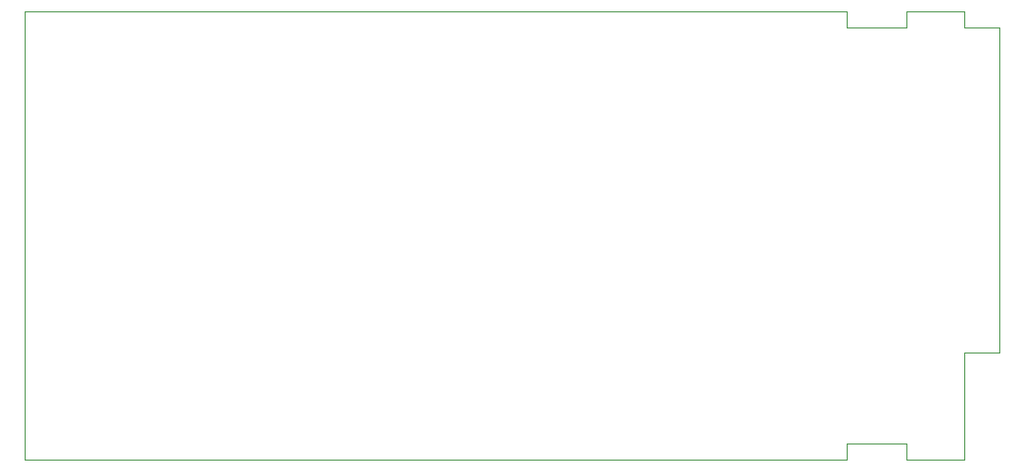
<source format=gko>
G04 #@! TF.FileFunction,Profile,NP*
%FSLAX46Y46*%
G04 Gerber Fmt 4.6, Leading zero omitted, Abs format (unit mm)*
G04 Created by KiCad (PCBNEW (2014-12-04 BZR 5312)-product) date 8/01/2015 8:05:32 PM*
%MOMM*%
G01*
G04 APERTURE LIST*
%ADD10C,0.100000*%
G04 APERTURE END LIST*
D10*
X110000000Y-97000000D02*
X110000000Y-57000000D01*
X193900000Y-57000000D02*
X193900000Y-58400000D01*
X188700000Y-57000000D02*
X188700000Y-58400000D01*
X183400000Y-57000000D02*
X183400000Y-58400000D01*
X193900000Y-57000000D02*
X188700000Y-57000000D01*
X183400000Y-57000000D02*
X110000000Y-57000000D01*
X183400000Y-58400000D02*
X188700000Y-58400000D01*
X193900000Y-58400000D02*
X197000000Y-58400000D01*
X193900000Y-97000000D02*
X188700000Y-97000000D01*
X183400000Y-97000000D02*
X110000000Y-97000000D01*
X197000000Y-87500000D02*
X195000000Y-87500000D01*
X195000000Y-87500000D02*
X193900000Y-87500000D01*
X188700000Y-95600000D02*
X183400000Y-95600000D01*
X183400000Y-97000000D02*
X183400000Y-95600000D01*
X188700000Y-97000000D02*
X188700000Y-95600000D01*
X193900000Y-97000000D02*
X193900000Y-87500000D01*
X197000000Y-87500000D02*
X197000000Y-58400000D01*
X197000000Y-87500000D02*
X197000000Y-58400000D01*
X193900000Y-97000000D02*
X193900000Y-87500000D01*
X188700000Y-97000000D02*
X188700000Y-95600000D01*
X183400000Y-97000000D02*
X183400000Y-95600000D01*
X188700000Y-95600000D02*
X183400000Y-95600000D01*
X195000000Y-87500000D02*
X193900000Y-87500000D01*
X197000000Y-87500000D02*
X195000000Y-87500000D01*
X183400000Y-97000000D02*
X110000000Y-97000000D01*
X193900000Y-97000000D02*
X188700000Y-97000000D01*
X193900000Y-58400000D02*
X197000000Y-58400000D01*
X183400000Y-58400000D02*
X188700000Y-58400000D01*
X183400000Y-57000000D02*
X110000000Y-57000000D01*
X193900000Y-57000000D02*
X188700000Y-57000000D01*
X183400000Y-57000000D02*
X183400000Y-58400000D01*
X188700000Y-57000000D02*
X188700000Y-58400000D01*
X193900000Y-57000000D02*
X193900000Y-58400000D01*
X110000000Y-97000000D02*
X110000000Y-57000000D01*
X110000000Y-97000000D02*
X110000000Y-57000000D01*
X193900000Y-57000000D02*
X193900000Y-58400000D01*
X188700000Y-57000000D02*
X188700000Y-58400000D01*
X183400000Y-57000000D02*
X183400000Y-58400000D01*
X193900000Y-57000000D02*
X188700000Y-57000000D01*
X183400000Y-57000000D02*
X110000000Y-57000000D01*
X183400000Y-58400000D02*
X188700000Y-58400000D01*
X193900000Y-58400000D02*
X197000000Y-58400000D01*
X193900000Y-97000000D02*
X188700000Y-97000000D01*
X183400000Y-97000000D02*
X110000000Y-97000000D01*
X197000000Y-87500000D02*
X195000000Y-87500000D01*
X195000000Y-87500000D02*
X193900000Y-87500000D01*
X188700000Y-95600000D02*
X183400000Y-95600000D01*
X183400000Y-97000000D02*
X183400000Y-95600000D01*
X188700000Y-97000000D02*
X188700000Y-95600000D01*
X193900000Y-97000000D02*
X193900000Y-87500000D01*
X197000000Y-87500000D02*
X197000000Y-58400000D01*
X197000000Y-87500000D02*
X197000000Y-58400000D01*
X193900000Y-97000000D02*
X193900000Y-87500000D01*
X188700000Y-97000000D02*
X188700000Y-95600000D01*
X183400000Y-97000000D02*
X183400000Y-95600000D01*
X188700000Y-95600000D02*
X183400000Y-95600000D01*
X195000000Y-87500000D02*
X193900000Y-87500000D01*
X197000000Y-87500000D02*
X195000000Y-87500000D01*
X183400000Y-97000000D02*
X110000000Y-97000000D01*
X193900000Y-97000000D02*
X188700000Y-97000000D01*
X193900000Y-58400000D02*
X197000000Y-58400000D01*
X183400000Y-58400000D02*
X188700000Y-58400000D01*
X183400000Y-57000000D02*
X110000000Y-57000000D01*
X193900000Y-57000000D02*
X188700000Y-57000000D01*
X183400000Y-57000000D02*
X183400000Y-58400000D01*
X188700000Y-57000000D02*
X188700000Y-58400000D01*
X193900000Y-57000000D02*
X193900000Y-58400000D01*
X110000000Y-97000000D02*
X110000000Y-57000000D01*
M02*

</source>
